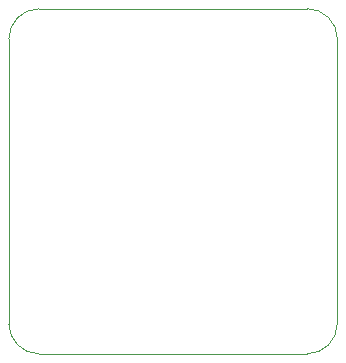
<source format=gbr>
%TF.GenerationSoftware,KiCad,Pcbnew,(7.0.0)*%
%TF.CreationDate,2023-03-06T19:44:32-05:00*%
%TF.ProjectId,Module Board,4d6f6475-6c65-4204-926f-6172642e6b69,rev?*%
%TF.SameCoordinates,Original*%
%TF.FileFunction,Profile,NP*%
%FSLAX46Y46*%
G04 Gerber Fmt 4.6, Leading zero omitted, Abs format (unit mm)*
G04 Created by KiCad (PCBNEW (7.0.0)) date 2023-03-06 19:44:32*
%MOMM*%
%LPD*%
G01*
G04 APERTURE LIST*
%TA.AperFunction,Profile*%
%ADD10C,0.100000*%
%TD*%
G04 APERTURE END LIST*
D10*
X110871000Y-81915000D02*
G75*
G03*
X113411000Y-84455000I2540000J0D01*
G01*
X136144000Y-55245000D02*
X113411000Y-55245000D01*
X113411000Y-55245000D02*
G75*
G03*
X110871000Y-57785000I0J-2540000D01*
G01*
X136144000Y-84455000D02*
X113411000Y-84455000D01*
X136144000Y-84455000D02*
G75*
G03*
X138684000Y-81915000I0J2540000D01*
G01*
X138684000Y-81915000D02*
X138684000Y-57785000D01*
X138684000Y-57785000D02*
G75*
G03*
X136144000Y-55245000I-2540000J0D01*
G01*
X110871000Y-57785000D02*
X110871000Y-81915000D01*
M02*

</source>
